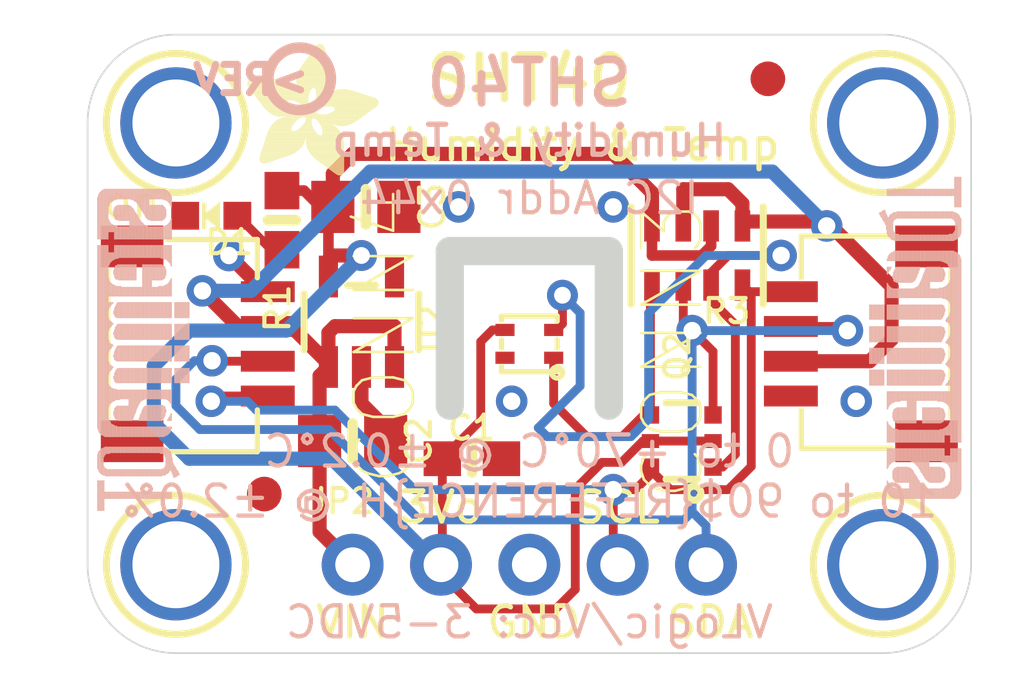
<source format=kicad_pcb>
(kicad_pcb (version 20211014) (generator pcbnew)
  (layers (0 "F.Cu" signal) (31 "B.Cu" signal) (34 "B.Paste" user) (35 "F.Paste" user) (36 "B.SilkS" user "B.Silkscreen") (37 "F.SilkS" user "F.Silkscreen") (38 "B.Mask" user) (39 "F.Mask" user) (44 "Edge.Cuts" user))
  (net 0 "")
  (net 1 "GND")
  (net 2 "SDA")
  (net 3 "SCL")
  (net 4 "SCL_3V")
  (net 5 "SDA_3V")
  (net 6 "3.3V")
  (net 7 "VCC")
  (net 8 "N$1")
  (footprint "boardEagle:SOT23-5" (layer "F.Cu") (at 143.6751 104.3686)
    (fp_text reference "U2" (at 2.032 -0.562 90) (layer "F.SilkS") (effects (font (size 0.692831 0.692831) (thickness 0.119969)) (justify right)))
    (fp_text value "AP2112K-3.3")
    (pad "1" smd rect (at -0.95 1.3001) (size 0.55 1.2) (layers "F.Cu" "F.Paste" "F.Mask") (net 7 "VCC"))
    (pad "2" smd rect (at 0 1.3001) (size 0.55 1.2) (layers "F.Cu" "F.Paste" "F.Mask") (net 1 "GND"))
    (pad "3" smd rect (at 0.95 1.3001) (size 0.55 1.2) (layers "F.Cu" "F.Paste" "F.Mask") (net 7 "VCC"))
    (pad "4" smd rect (at 0.95 -1.3001) (size 0.55 1.2) (layers "F.Cu" "F.Paste" "F.Mask"))
    (pad "5" smd rect (at -0.95 -1.3001) (size 0.55 1.2) (layers "F.Cu" "F.Paste" "F.Mask") (net 6 "3.3V"))
  )
  (footprint "boardEagle:FIDUCIAL_1MM" (layer "F.Cu") (at 140.8811 109.3216)
    (fp_text reference "FID3" hide)
    (fp_text value "FIDUCIAL_1MM" hide)
    (pad "1" smd roundrect (at 0 0) (size 1 1) (layers "F.Cu" "F.Mask") (roundrect_rratio 0.5))
  )
  (footprint "boardEagle:0603-NO" (layer "F.Cu") (at 141.3891 101.4476 -90)
    (fp_text reference "R1" (at 1.778 0.127 90) (layer "F.SilkS") (effects (font (size 0.692831 0.692831) (thickness 0.119969)) (justify right)))
    (fp_text value "10K")
    (pad "1" smd rect (at -0.85 0 270) (size 1.075 1) (layers "F.Cu" "F.Paste" "F.Mask") (net 6 "3.3V"))
    (pad "2" smd rect (at 0.85 0 270) (size 1.075 1) (layers "F.Cu" "F.Paste" "F.Mask") (net 8 "N$1"))
  )
  (footprint "boardEagle:SOT363" (layer "F.Cu") (at 152.8826 107.7976 90)
    (fp_text reference "Q2" (at 1.651 -0.127 90) (layer "F.SilkS") (effects (font (size 0.692831 0.692831) (thickness 0.119969)) (justify left)))
    (fp_text value "BSS138")
    (pad "1" smd rect (at -0.75 0.9 90) (size 0.5 0.5) (layers "F.Cu" "F.Paste" "F.Mask") (net 4 "SCL_3V"))
    (pad "2" smd rect (at 0 0.9 90) (size 0.4 0.5) (layers "F.Cu" "F.Paste" "F.Mask") (net 6 "3.3V"))
    (pad "3" smd rect (at 0.75 0.9 90) (size 0.5 0.5) (layers "F.Cu" "F.Paste" "F.Mask") (net 2 "SDA"))
    (pad "4" smd rect (at 0.75 -0.9 90) (size 0.5 0.5) (layers "F.Cu" "F.Paste" "F.Mask") (net 5 "SDA_3V"))
    (pad "5" smd rect (at 0 -0.9 90) (size 0.4 0.5) (layers "F.Cu" "F.Paste" "F.Mask") (net 6 "3.3V"))
    (pad "6" smd rect (at -0.75 -0.9 90) (size 0.5 0.5) (layers "F.Cu" "F.Paste" "F.Mask") (net 3 "SCL"))
  )
  (footprint "boardEagle:1X05_ROUND_70" (layer "F.Cu") (at 148.5011 111.3536)
    (fp_text reference "JP2" (at -6.4262 -1.8288) (layer "F.SilkS") (effects (font (size 0.692831 0.692831) (thickness 0.119969)) (justify left)))
    (fp_text value "")
    (pad "1" thru_hole circle (at -5.08 0 90) (size 1.778 1.778) (drill 1) (layers *.Cu *.Mask) (net 7 "VCC"))
    (pad "2" thru_hole circle (at -2.54 0 90) (size 1.778 1.778) (drill 1) (layers *.Cu *.Mask) (net 6 "3.3V"))
    (pad "3" thru_hole circle (at 0 0 90) (size 1.778 1.778) (drill 1) (layers *.Cu *.Mask) (net 1 "GND"))
    (pad "4" thru_hole circle (at 2.54 0 90) (size 1.778 1.778) (drill 1) (layers *.Cu *.Mask) (net 3 "SCL"))
    (pad "5" thru_hole circle (at 5.08 0 90) (size 1.778 1.778) (drill 1) (layers *.Cu *.Mask) (net 2 "SDA"))
  )
  (footprint "boardEagle:0805-NO" (layer "F.Cu") (at 143.4211 107.7976)
    (fp_text reference "C2" (at 1.905 -0.762 90) (layer "F.SilkS") (effects (font (size 0.692831 0.692831) (thickness 0.119969)) (justify right)))
    (fp_text value "10uF")
    (pad "1" smd rect (at -0.95 0) (size 1.24 1.5) (layers "F.Cu" "F.Paste" "F.Mask") (net 7 "VCC"))
    (pad "2" smd rect (at 0.95 0) (size 1.24 1.5) (layers "F.Cu" "F.Paste" "F.Mask") (net 1 "GND"))
  )
  (footprint "boardEagle:SHT4X" (layer "F.Cu") (at 148.5011 105.0036 180)
    (fp_text reference "X1" hide)
    (fp_text value "SHT4X_" hide)
    (pad "1" smd rect (at -0.7 -0.4 270) (size 0.35 0.55) (layers "F.Cu" "F.Paste" "F.Mask") (net 5 "SDA_3V"))
    (pad "2" smd rect (at -0.7 0.4 270) (size 0.35 0.55) (layers "F.Cu" "F.Paste" "F.Mask") (net 4 "SCL_3V"))
    (pad "3" smd rect (at 0.7 0.4 270) (size 0.35 0.55) (layers "F.Cu" "F.Paste" "F.Mask") (net 6 "3.3V"))
    (pad "4" smd rect (at 0.7 -0.4 270) (size 0.35 0.55) (layers "F.Cu" "F.Paste" "F.Mask") (net 1 "GND"))
  )
  (footprint "boardEagle:MOUNTINGHOLE_2.5_PLATED" (layer "F.Cu") (at 158.6611 111.3536)
    (fp_text reference "U$21" hide)
    (fp_text value "MOUNTINGHOLE2.5" hide)
    (pad "P$1" thru_hole circle (at 0 0) (size 3.2 3.2) (drill 2.5) (layers *.Cu *.Mask))
  )
  (footprint "boardEagle:CHIPLED_0603_NOOUTLINE" (layer "F.Cu") (at 139.3571 101.3206 90)
    (fp_text reference "D1" (at -0.762 1.27) (layer "F.SilkS") (effects (font (size 0.692831 0.692831) (thickness 0.119969)) (justify right)))
    (fp_text value "GREEN")
    (pad "A" smd rect (at 0 0.75 90) (size 0.8 0.8) (layers "F.Cu" "F.Paste" "F.Mask") (net 8 "N$1"))
    (pad "C" smd rect (at 0 -0.75 90) (size 0.8 0.8) (layers "F.Cu" "F.Paste" "F.Mask") (net 1 "GND"))
  )
  (footprint "boardEagle:FIDUCIAL_1MM" (layer "F.Cu") (at 155.3591 97.3836)
    (fp_text reference "FID4" hide)
    (fp_text value "FIDUCIAL_1MM" hide)
    (pad "1" smd roundrect (at 0 0) (size 1 1) (layers "F.Cu" "F.Mask") (roundrect_rratio 0.5))
  )
  (footprint "boardEagle:JST_SH4" (layer "F.Cu") (at 138.4681 105.0036 -90)
    (fp_text reference "CONN4" (at -4.6 -5.9 90) (layer "F.SilkS") (effects (font (size 1.703222 1.703222) (thickness 0.074778)) (justify right)))
    (fp_text value "STEMMA_I2C_QT" hide)
    (pad "1" smd rect (at -1.5 -2.514) (size 1.55 0.6) (layers "F.Cu" "F.Paste" "F.Mask") (net 1 "GND"))
    (pad "2" smd rect (at -0.5 -2.514) (size 1.55 0.6) (layers "F.Cu" "F.Paste" "F.Mask") (net 7 "VCC"))
    (pad "3" smd rect (at 0.5 -2.514) (size 1.55 0.6) (layers "F.Cu" "F.Paste" "F.Mask") (net 2 "SDA"))
    (pad "4" smd rect (at 1.5 -2.514) (size 1.55 0.6) (layers "F.Cu" "F.Paste" "F.Mask") (net 3 "SCL"))
    (pad "MT1" smd rect (at -2.8 1.386) (size 1.8 1.2) (layers "F.Cu" "F.Paste" "F.Mask") (net 1 "GND"))
    (pad "MT2" smd rect (at 2.8 1.386) (size 1.8 1.2) (layers "F.Cu" "F.Paste" "F.Mask") (net 1 "GND"))
  )
  (footprint "boardEagle:MOUNTINGHOLE_2.5_PLATED" (layer "F.Cu") (at 138.3411 98.6536)
    (fp_text reference "U$1" hide)
    (fp_text value "MOUNTINGHOLE2.5" hide)
    (pad "P$1" thru_hole circle (at 0 0) (size 3.2 3.2) (drill 2.5) (layers *.Cu *.Mask))
  )
  (footprint "boardEagle:MOUNTINGHOLE_2.5_PLATED" (layer "F.Cu") (at 158.6611 98.6536)
    (fp_text reference "U$17" hide)
    (fp_text value "MOUNTINGHOLE2.5" hide)
    (pad "P$1" thru_hole circle (at 0 0) (size 3.2 3.2) (drill 2.5) (layers *.Cu *.Mask))
  )
  (footprint "boardEagle:0603-NO" (layer "F.Cu") (at 146.8501 108.3056)
    (fp_text reference "C1" (at -0.762 -0.889) (layer "F.SilkS") (effects (font (size 0.692831 0.692831) (thickness 0.119969)) (justify left)))
    (fp_text value "0.1uF")
    (pad "1" smd rect (at -0.85 0) (size 1.075 1) (layers "F.Cu" "F.Paste" "F.Mask") (net 6 "3.3V"))
    (pad "2" smd rect (at 0.85 0) (size 1.075 1) (layers "F.Cu" "F.Paste" "F.Mask") (net 1 "GND"))
  )
  (footprint "boardEagle:ADAFRUIT_3.5MM" (layer "F.Cu") (at 140.3731 100.1776)
    (fp_text reference "U$22" hide)
    (fp_text value "" hide)
  )
  (footprint "boardEagle:RESPACK_4X0603" (layer "F.Cu") (at 153.3271 102.4636 180)
    (fp_text reference "R3" (at -1.6 -1.6) (layer "F.SilkS") (effects (font (size 0.692831 0.692831) (thickness 0.119969)) (justify right)))
    (fp_text value "10K")
    (pad "1" smd rect (at -1.3 0.85 180) (size 0.45 0.9) (layers "F.Cu" "F.Paste" "F.Mask") (net 7 "VCC"))
    (pad "2" smd rect (at -0.4 0.85 180) (size 0.45 0.9) (layers "F.Cu" "F.Paste" "F.Mask") (net 6 "3.3V"))
    (pad "3" smd rect (at 0.4 0.85 180) (size 0.45 0.9) (layers "F.Cu" "F.Paste" "F.Mask") (net 7 "VCC"))
    (pad "4" smd rect (at 1.3 0.85 180) (size 0.45 0.9) (layers "F.Cu" "F.Paste" "F.Mask") (net 6 "3.3V"))
    (pad "5" smd rect (at 1.3 -0.85 180) (size 0.45 0.9) (layers "F.Cu" "F.Paste" "F.Mask") (net 5 "SDA_3V"))
    (pad "6" smd rect (at 0.4 -0.85 180) (size 0.45 0.9) (layers "F.Cu" "F.Paste" "F.Mask") (net 2 "SDA"))
    (pad "7" smd rect (at -0.4 -0.85 180) (size 0.45 0.9) (layers "F.Cu" "F.Paste" "F.Mask") (net 4 "SCL_3V"))
    (pad "8" smd rect (at -1.3 -0.85 180) (size 0.45 0.9) (layers "F.Cu" "F.Paste" "F.Mask") (net 3 "SCL"))
  )
  (footprint "boardEagle:0805-NO" (layer "F.Cu") (at 143.8021 101.0666)
    (fp_text reference "C3" (at 1.905 -0.762 90) (layer "F.SilkS") (effects (font (size 0.692831 0.692831) (thickness 0.119969)) (justify right)))
    (fp_text value "10uF")
    (pad "1" smd rect (at -0.95 0) (size 1.24 1.5) (layers "F.Cu" "F.Paste" "F.Mask") (net 6 "3.3V"))
    (pad "2" smd rect (at 0.95 0) (size 1.24 1.5) (layers "F.Cu" "F.Paste" "F.Mask") (net 1 "GND"))
  )
  (footprint "boardEagle:MOUNTINGHOLE_2.5_PLATED" (layer "F.Cu") (at 138.3411 111.3536)
    (fp_text reference "U$19" hide)
    (fp_text value "MOUNTINGHOLE2.5" hide)
    (pad "P$1" thru_hole circle (at 0 0) (size 3.2 3.2) (drill 2.5) (layers *.Cu *.Mask))
  )
  (footprint "boardEagle:JST_SH4" (layer "F.Cu") (at 158.5341 105.0036 90)
    (fp_text reference "CONN3" (at -4.6 -5.9 90) (layer "F.SilkS") (effects (font (size 1.703222 1.703222) (thickness 0.074778)) (justify left)))
    (fp_text value "STEMMA_I2C_QT" hide)
    (pad "1" smd rect (at -1.5 -2.514 180) (size 1.55 0.6) (layers "F.Cu" "F.Paste" "F.Mask") (net 1 "GND"))
    (pad "2" smd rect (at -0.5 -2.514 180) (size 1.55 0.6) (layers "F.Cu" "F.Paste" "F.Mask") (net 7 "VCC"))
    (pad "3" smd rect (at 0.5 -2.514 180) (size 1.55 0.6) (layers "F.Cu" "F.Paste" "F.Mask") (net 2 "SDA"))
    (pad "4" smd rect (at 1.5 -2.514 180) (size 1.55 0.6) (layers "F.Cu" "F.Paste" "F.Mask") (net 3 "SCL"))
    (pad "MT1" smd rect (at -2.8 1.386 180) (size 1.8 1.2) (layers "F.Cu" "F.Paste" "F.Mask") (net 1 "GND"))
    (pad "MT2" smd rect (at 2.8 1.386 180) (size 1.8 1.2) (layers "F.Cu" "F.Paste" "F.Mask") (net 1 "GND"))
  )
  (footprint "boardEagle:STEMMAQT" (layer "B.Cu") (at 138.7221 100.5586 -90)
    (fp_text reference "U$31" hide)
    (fp_text value "" hide)
  )
  (footprint "boardEagle:PCBFEAT-REV-040" (layer "B.Cu") (at 141.8971 97.3836 180)
    (fp_text reference "U$25" hide)
    (fp_text value "" hide)
    (fp_text user ">REV" (at -0.3556 -0.508) (layer "B.SilkS") (effects (font (size 0.8128 0.8128) (thickness 0.2032)) (justify left bottom mirror)))
  )
  (footprint "boardEagle:STEMMAQT" (layer "B.Cu") (at 158.2801 109.4486 90)
    (fp_text reference "U$30" hide)
    (fp_text value "" hide)
  )
  (gr_line (start 135.8011 98.6536) (end 135.8011 111.3536) (layer "Edge.Cuts") (width 0.05))
  (gr_arc (start 138.3411 113.8936) (mid 136.545049 113.149651) (end 135.8011 111.3536) (layer "Edge.Cuts") (width 0.05))
  (gr_line (start 158.6611 96.1136) (end 138.3411 96.1136) (layer "Edge.Cuts") (width 0.05))
  (gr_line (start 146.2151 102.3366) (end 150.7871 102.3366) (layer "Edge.Cuts") (width 0.8128))
  (gr_line (start 150.7871 102.3366) (end 150.7871 106.7816) (layer "Edge.Cuts") (width 0.8128))
  (gr_line (start 161.2011 111.3536) (end 161.2011 98.6536) (layer "Edge.Cuts") (width 0.05))
  (gr_arc (start 135.8011 98.6536) (mid 136.545049 96.857549) (end 138.3411 96.1136) (layer "Edge.Cuts") (width 0.05))
  (gr_line (start 138.3411 113.8936) (end 158.6611 113.8936) (layer "Edge.Cuts") (width 0.05))
  (gr_arc (start 161.2011 111.3536) (mid 160.457151 113.149651) (end 158.6611 113.8936) (layer "Edge.Cuts") (width 0.05))
  (gr_line (start 146.2151 106.7816) (end 146.2151 102.3366) (layer "Edge.Cuts") (width 0.8128))
  (gr_arc (start 158.6611 96.1136) (mid 160.457151 96.857549) (end 161.2011 98.6536) (layer "Edge.Cuts") (width 0.05))
  (gr_text "SHT40" (at 148.5011 97.5106) (layer "B.SilkS") (effects (font (size 1.25222 1.25222) (thickness 0.22098)) (justify mirror)))
  (gr_text "Humidity & Temp" (at 148.5011 99.1616) (layer "B.SilkS") (effects (font (size 0.8636 0.8636) (thickness 0.1524)) (justify mirror)))
  (gr_text "0 to +70°C @ ±0.2°C\n10 to 90%RH @ ±2.0%" (at 148.5011 108.8136) (layer "B.SilkS") (effects (font (size 0.89408 0.89408) (thickness 0.12192)) (justify mirror)))
  (gr_text "VLogic/Vcc: 3-5VDC" (at 148.5011 113.0046) (layer "B.SilkS") (effects (font (size 0.89408 0.89408) (thickness 0.12192)) (justify mirror)))
  (gr_text "I2C Addr 0x44" (at 148.5011 100.8126) (layer "B.SilkS") (effects (font (size 0.89408 0.89408) (thickness 0.12192)) (justify mirror)))
  (gr_text "VIN" (at 143.4211 113.0046) (layer "F.SilkS") (effects (font (size 0.87376 0.87376) (thickness 0.14224))))
  (gr_text "SCL" (at 151.0411 109.7026) (layer "F.SilkS") (effects (font (size 0.87376 0.87376) (thickness 0.14224))))
  (gr_text "3Vo" (at 145.9611 109.7026) (layer "F.SilkS") (effects (font (size 0.87376 0.87376) (thickness 0.14224))))
  (gr_text "SHT40" (at 148.5011 97.3836) (layer "F.SilkS") (effects (font (size 1.25222 1.25222) (thickness 0.22098))))
  (gr_text "on" (at 136.1821 101.4476) (layer "F.SilkS") (effects (font (size 0.89408 0.89408) (thickness 0.12192)) (justify left bottom)))
  (gr_text "GND" (at 148.6281 113.0046) (layer "F.SilkS") (effects (font (size 0.87376 0.87376) (thickness 0.14224))))
  (gr_text "Humidity & Temp" (at 150.0251 99.2886) (layer "F.SilkS") (effects (font (size 0.8636 0.8636) (thickness 0.1524))))
  (gr_text "SDA" (at 153.7081 113.0046) (layer "F.SilkS") (effects (font (size 0.87376 0.87376) (thickness 0.14224))))
  (segment (start 143.6751 105.6687) (end 143.6751 106.7206) (width 0.4064) (layer "F.Cu") (net 1))
  (segment (start 144.3711 107.7976) (end 144.3711 107.4166) (width 0.4064) (layer "F.Cu") (net 1))
  (segment (start 140.9051 103.5036) (end 139.8651 102.4636) (width 0.4064) (layer "F.Cu") (net 1))
  (segment (start 144.3711 107.4166) (end 143.6751 106.7206) (width 0.4064) (layer "F.Cu") (net 1))
  (segment (start 140.9821 103.5036) (end 140.9051 103.5036) (width 0.4064) (layer "F.Cu") (net 1))
  (via (at 139.8651 102.4636) (size 0.9064) (drill 0.5) (layers "F.Cu" "B.Cu") (net 1))
  (via (at 157.8991 106.6546) (size 0.9064) (drill 0.5) (layers "F.Cu" "B.Cu") (net 1))
  (via (at 150.9141 101.0666) (size 0.9064) (drill 0.5) (layers "F.Cu" "B.Cu") (net 1))
  (via (at 146.4691 101.0666) (size 0.9064) (drill 0.5) (layers "F.Cu" "B.Cu") (net 1))
  (via (at 147.9931 106.6546) (size 0.9064) (drill 0.5) (layers "F.Cu" "B.Cu") (net 1))
  (segment (start 153.7826 107.0476) (end 153.7826 105.2241) (width 0.254) (layer "F.Cu") (net 2))
  (segment (start 140.9821 105.5036) (end 139.379706 105.5036) (width 0.254) (layer "F.Cu") (net 2))
  (segment (start 153.7826 105.2241) (end 153.1811 104.6226) (width 0.254) (layer "F.Cu") (net 2))
  (segment (start 152.9271 104.3686) (end 152.9271 103.3136) (width 0.254) (layer "F.Cu") (net 2))
  (segment (start 153.1811 104.6226) (end 152.9271 104.3686) (width 0.254) (layer "F.Cu") (net 2))
  (segment (start 156.0201 104.5036) (end 157.5261 104.5036) (width 0.254) (layer "F.Cu") (net 2))
  (segment (start 139.379706 105.5036) (end 139.379706 105.488994) (width 0.254) (layer "F.Cu") (net 2))
  (segment (start 157.5261 104.5036) (end 157.6451 104.6226) (width 0.254) (layer "F.Cu") (net 2))
  (via (at 153.1811 104.6226) (size 0.9064) (drill 0.5) (layers "F.Cu" "B.Cu") (net 2))
  (via (at 139.379706 105.488994) (size 0.9064) (drill 0.5) (layers "F.Cu" "B.Cu") (net 2))
  (via (at 157.6451 104.6226) (size 0.9064) (drill 0.5) (layers "F.Cu" "B.Cu") (net 2))
  (segment (start 152.9461 110.0646) (end 153.1811 109.8296) (width 0.254) (layer "B.Cu") (net 2))
  (segment (start 153.5811 110.2296) (end 153.5811 111.3536) (width 0.254) (layer "B.Cu") (net 2))
  (segment (start 157.6451 104.6226) (end 153.1811 104.6226) (width 0.254) (layer "B.Cu") (net 2))
  (segment (start 145.3422 110.0646) (end 152.9461 110.0646) (width 0.254) (layer "B.Cu") (net 2))
  (segment (start 138.3411 106.0196) (end 138.3411 106.7816) (width 0.254) (layer "B.Cu") (net 2))
  (segment (start 139.0269 107.4674) (end 142.745 107.4674) (width 0.254) (layer "B.Cu") (net 2))
  (segment (start 138.3411 106.7816) (end 139.0269 107.4674) (width 0.254) (layer "B.Cu") (net 2))
  (segment (start 139.379706 105.488994) (end 138.871706 105.488994) (width 0.254) (layer "B.Cu") (net 2))
  (segment (start 138.871706 105.488994) (end 138.3411 106.0196) (width 0.254) (layer "B.Cu") (net 2))
  (segment (start 153.1811 109.8296) (end 153.5811 110.2296) (width 0.254) (layer "B.Cu") (net 2))
  (segment (start 142.745 107.4674) (end 145.3422 110.0646) (width 0.254) (layer "B.Cu") (net 2))
  (segment (start 153.1811 109.8296) (end 153.1811 104.6226) (width 0.254) (layer "B.Cu") (net 2))
  (segment (start 152.5541 109.1946) (end 151.9826 108.6231) (width 0.254) (layer "F.Cu") (net 3))
  (segment (start 150.9141 109.1946) (end 151.5491 109.1946) (width 0.254) (layer "F.Cu") (net 3))
  (segment (start 150.9141 109.1946) (end 150.9141 111.2266) (width 0.254) (layer "F.Cu") (net 3))
  (segment (start 154.2161 109.1946) (end 152.5541 109.1946) (width 0.254) (layer "F.Cu") (net 3))
  (segment (start 156.0201 103.5036) (end 154.8171 103.5036) (width 0.254) (layer "F.Cu") (net 3))
  (segment (start 154.8811 108.5296) (end 154.2161 109.1946) (width 0.254) (layer "F.Cu") (net 3))
  (segment (start 139.5081 106.5036) (end 139.3571 106.6546) (width 0.254) (layer "F.Cu") (net 3))
  (segment (start 140.9821 106.5036) (end 139.5081 106.5036) (width 0.254) (layer "F.Cu") (net 3))
  (segment (start 154.8811 103.5676) (end 154.8811 108.5296) (width 0.254) (layer "F.Cu") (net 3))
  (segment (start 151.9826 108.5476) (end 151.9826 108.6231) (width 0.254) (layer "F.Cu") (net 3))
  (segment (start 151.9826 108.5476) (end 152.08935 108.65435) (width 0.254) (layer "F.Cu") (net 3))
  (segment (start 154.6271 103.3136) (end 154.8811 103.5676) (width 0.254) (layer "F.Cu") (net 3))
  (segment (start 154.8171 103.5036) (end 154.6271 103.3136) (width 0.254) (layer "F.Cu") (net 3))
  (segment (start 152.08935 108.65435) (end 151.5491 109.1946) (width 0.254) (layer "F.Cu") (net 3))
  (segment (start 150.9141 111.2266) (end 151.0411 111.3536) (width 0.254) (layer "F.Cu") (net 3))
  (via (at 139.3571 106.6546) (size 0.9064) (drill 0.5) (layers "F.Cu" "B.Cu") (net 3))
  (via (at 150.9141 109.1946) (size 0.9064) (drill 0.5) (layers "F.Cu" "B.Cu") (net 3))
  (segment (start 139.3571 106.6546) (end 140.396262 106.6546) (width 0.254) (layer "B.Cu") (net 3))
  (segment (start 145.1991 109.1946) (end 142.9131 106.9086) (width 0.254) (layer "B.Cu") (net 3))
  (segment (start 150.9141 109.1946) (end 145.1991 109.1946) (width 0.254) (layer "B.Cu") (net 3))
  (segment (start 140.396262 106.6546) (end 140.650262 106.9086) (width 0.254) (layer "B.Cu") (net 3))
  (segment (start 142.9131 106.9086) (end 140.650262 106.9086) (width 0.254) (layer "B.Cu") (net 3))
  (segment (start 153.7271 103.7526) (end 154.4239 104.4494) (width 0.254) (layer "F.Cu") (net 4))
  (segment (start 149.4536 104.42595) (end 149.27595 104.6036) (width 0.254) (layer "F.Cu") (net 4))
  (segment (start 153.7826 108.5476) (end 154.0549 108.5476) (width 0.254) (layer "F.Cu") (net 4))
  (segment (start 154.2161 102.4636) (end 155.7401 102.4636) (width 0.254) (layer "F.Cu") (net 4))
  (segment (start 153.7271 102.9526) (end 154.2161 102.4636) (width 0.254) (layer "F.Cu") (net 4))
  (segment (start 153.7271 103.3136) (end 153.7271 102.9526) (width 0.254) (layer "F.Cu") (net 4))
  (segment (start 153.7271 103.3136) (end 153.7271 103.7526) (width 0.254) (layer "F.Cu") (net 4))
  (segment (start 154.4239 104.4494) (end 154.4239 108.1786) (width 0.254) (layer "F.Cu") (net 4))
  (segment (start 149.2011 104.6036) (end 149.27595 104.6036) (width 0.254) (layer "F.Cu") (net 4))
  (segment (start 149.4536 104.42595) (end 149.4536 103.6066) (width 0.254) (layer "F.Cu") (net 4))
  (segment (start 154.4239 108.1786) (end 154.0549 108.5476) (width 0.254) (layer "F.Cu") (net 4))
  (via (at 155.7401 102.4636) (size 0.9064) (drill 0.5) (layers "F.Cu" "B.Cu") (net 4))
  (via (at 149.4536 103.6066) (size 0.889) (drill 0.4826) (layers "F.Cu" "B.Cu") (net 4))
  (segment (start 148.7583 107.4166) (end 149.9616 106.2133) (width 0.254) (layer "B.Cu") (net 4))
  (segment (start 149.0123 107.6706) (end 148.7583 107.4166) (width 0.254) (layer "B.Cu") (net 4))
  (segment (start 153.5811 102.4636) (end 155.7401 102.4636) (width 0.254) (layer "B.Cu") (net 4))
  (segment (start 149.9616 104.1146) (end 149.9616 106.2133) (width 0.254) (layer "B.Cu") (net 4))
  (segment (start 151.9301 104.1146) (end 153.5811 102.4636) (width 0.254) (layer "B.Cu") (net 4))
  (segment (start 151.4221 107.6706) (end 151.9301 107.1626) (width 0.254) (layer "B.Cu") (net 4))
  (segment (start 151.9301 107.1626) (end 151.9301 104.1146) (width 0.254) (layer "B.Cu") (net 4))
  (segment (start 151.4221 107.6706) (end 149.0123 107.6706) (width 0.254) (layer "B.Cu") (net 4))
  (segment (start 149.4536 103.6066) (end 149.9616 104.1146) (width 0.254) (layer "B.Cu") (net 4))
  (segment (start 151.7921 107.0476) (end 151.9826 107.0476) (width 0.254) (layer "F.Cu") (net 5))
  (segment (start 152.0271 103.3136) (end 151.9826 103.3581) (width 0.254) (layer "F.Cu") (net 5))
  (segment (start 150.1521 107.6706) (end 151.1691 107.6706) (width 0.254) (layer "F.Cu") (net 5))
  (segment (start 149.2011 106.7196) (end 149.2011 105.4036) (width 0.254) (layer "F.Cu") (net 5))
  (segment (start 150.1521 107.6706) (end 149.2011 106.7196) (width 0.254) (layer "F.Cu") (net 5))
  (segment (start 151.7921 107.0476) (end 151.1691 107.6706) (width 0.254) (layer "F.Cu") (net 5))
  (segment (start 151.9826 103.3581) (end 151.9826 107.0476) (width 0.254) (layer "F.Cu") (net 5))
  (segment (start 147.1041 107.2016) (end 146.0001 108.3056) (width 0.254) (layer "F.Cu") (net 6))
  (segment (start 141.3891 100.5976) (end 142.0241 100.5976) (width 0.3048) (layer "F.Cu") (net 6))
  (segment (start 142.8521 102.4636) (end 142.7251 102.5906) (width 0.4064) (layer "F.Cu") (net 6))
  (segment (start 146.9771 112.6236) (end 146.0001 111.6466) (width 0.254) (layer "F.Cu") (net 6))
  (segment (start 147.4406 104.6036) (end 147.8011 104.6036) (width 0.254) (layer "F.Cu") (net 6))
  (segment (start 149.8219 109.1789) (end 149.8219 112.0648) (width 0.254) (layer "F.Cu") (net 6))
  (segment (start 146.0001 111.3146) (end 145.9611 111.3536) (width 0.254) (layer "F.Cu") (net 6))
  (segment (start 143.4211 99.5426) (end 150.9141 99.5426) (width 0.4064) (layer "F.Cu") (net 6))
  (segment (start 153.7271 102.1906) (end 153.4541 102.4636) (width 0.3048) (layer "F.Cu") (net 6))
  (segment (start 152.0271 102.4636) (end 152.0271 101.6136) (width 0.3048) (layer "F.Cu") (net 6))
  (segment (start 142.4931 101.0666) (end 142.0241 100.5976) (width 0.3048) (layer "F.Cu") (net 6))
  (segment (start 147.1041 104.9401) (end 147.1041 107.2016) (width 0.254) (layer "F.Cu") (net 6))
  (segment (start 142.4931 101.0666) (end 142.8521 101.0666) (width 0.3048) (layer "F.Cu") (net 6))
  (segment (start 146.0001 108.3056) (end 146.0001 111.3146) (width 0.254) (layer "F.Cu") (net 6))
  (segment (start 142.7251 101.1936) (end 142.7251 102.5906) (width 0.3048) (layer "F.Cu") (net 6))
  (segment (start 142.8521 100.1116) (end 143.4211 99.5426) (width 0.4064) (layer "F.Cu") (net 6))
  (segment (start 152.0271 100.6556) (end 152.0271 101.6136) (width 0.4064) (layer "F.Cu") (net 6))
  (segment (start 151.152025 108.4112) (end 150.5896 108.4112) (width 0.254) (layer "F.Cu") (net 6))
  (segment (start 151.9826 107.7976) (end 151.765625 107.7976) (width 0.254) (layer "F.Cu") (net 6))
  (segment (start 150.5896 108.4112) (end 149.8219 109.1789) (width 0.254) (layer "F.Cu") (net 6))
  (segment (start 142.8521 101.0666) (end 142.7251 101.1936) (width 0.3048) (layer "F.Cu") (net 6))
  (segment (start 153.4541 102.4636) (end 152.0271 102.4636) (width 0.3048) (layer "F.Cu") (net 6))
  (segment (start 146.0001 111.6466) (end 146.0001 111.3146) (width 0.254) (layer "F.Cu") (net 6))
  (segment (start 151.9826 107.7976) (end 153.7826 107.7976) (width 0.254) (layer "F.Cu") (net 6))
  (segment (start 149.8219 112.0648) (end 149.2631 112.6236) (width 0.254) (layer "F.Cu") (net 6))
  (segment (start 147.4406 104.6036) (end 147.1041 104.9401) (width 0.254) (layer "F.Cu") (net 6))
  (segment (start 153.7271 101.6136) (end 153.7271 102.1906) (width 0.3048) (layer "F.Cu") (net 6))
  (segment (start 149.2631 112.6236) (end 146.9771 112.6236) (width 0.254) (layer "F.Cu") (net 6))
  (segment (start 151.765625 107.7976) (end 151.152025 108.4112) (width 0.254) (layer "F.Cu") (net 6))
  (segment (start 142.7251 102.5906) (end 142.7251 103.0685) (width 0.3048) (layer "F.Cu") (net 6))
  (segment (start 143.6751 102.4636) (end 142.8521 102.4636) (width 0.4064) (layer "F.Cu") (net 6))
  (segment (start 142.8521 101.0666) (end 142.8521 100.1116) (width 0.4064) (layer "F.Cu") (net 6))
  (segment (start 150.9141 99.5426) (end 152.0271 100.6556) (width 0.4064) (layer "F.Cu") (net 6))
  (via (at 143.6751 102.4636) (size 0.889) (drill 0.4826) (layers "F.Cu" "B.Cu") (net 6))
  (segment (start 145.876856 111.3536) (end 145.9611 111.3536) (width 0.4064) (layer "B.Cu") (net 6))
  (segment (start 138.7221 108.3056) (end 142.828856 108.3056) (width 0.4064) (layer "B.Cu") (net 6))
  (segment (start 142.828856 108.3056) (end 145.876856 111.3536) (width 0.4064) (layer "B.Cu") (net 6))
  (segment (start 138.7221 104.6226) (end 141.5161 104.6226) (width 0.4064) (layer "B.Cu") (net 6))
  (segment (start 141.5161 104.6226) (end 143.6751 102.4636) (width 0.4064) (layer "B.Cu") (net 6))
  (segment (start 137.7061 107.2896) (end 137.7061 105.6386) (width 0.4064) (layer "B.Cu") (net 6))
  (segment (start 137.7061 105.6386) (end 138.7221 104.6226) (width 0.4064) (layer "B.Cu") (net 6))
  (segment (start 137.7061 107.2896) (end 138.7221 108.3056) (width 0.4064) (layer "B.Cu") (net 6))
  (segment (start 140.9821 104.5036) (end 141.6561 104.5036) (width 0.4064) (layer "F.Cu") (net 7))
  (segment (start 142.4711 110.4036) (end 143.4211 111.3536) (width 0.4064) (layer "F.Cu") (net 7))
  (segment (start 158.9151 103.3526) (end 157.1761 101.6136) (width 0.4064) (layer "F.Cu") (net 7))
  (segment (start 142.4711 105.9227) (end 142.4711 107.7976) (width 0.4064) (layer "F.Cu") (net 7))
  (segment (start 142.9131 104.4956) (end 142.7251 104.6836) (width 0.4064) (layer "F.Cu") (net 7))
  (segment (start 140.1271 104.5036) (end 139.1031 103.4796) (width 0.4064) (layer "F.Cu") (net 7))
  (segment (start 140.9821 104.5036) (end 140.1271 104.5036) (width 0.4064) (layer "F.Cu") (net 7))
  (segment (start 152.9271 100.5586) (end 154.2161 100.5586) (width 0.4064) (layer "F.Cu") (net 7))
  (segment (start 157.0491 101.6136) (end 156.9221 101.4866) (width 0.4064) (layer "F.Cu") (net 7))
  (segment (start 141.6561 104.5036) (end 142.7251 105.5726) (width 0.4064) (layer "F.Cu") (net 7))
  (segment (start 142.7251 105.6687) (end 142.4711 105.9227) (width 0.4064) (layer "F.Cu") (net 7))
  (segment (start 158.9151 104.8766) (end 158.9151 103.3526) (width 0.4064) (layer "F.Cu") (net 7))
  (segment (start 144.6251 104.4956) (end 142.9131 104.4956) (width 0.4064) (layer "F.Cu") (net 7))
  (segment (start 152.9271 101.6136) (end 152.9271 100.5586) (width 0.4064) (layer "F.Cu") (net 7))
  (segment (start 158.2881 105.5036) (end 158.9151 104.8766) (width 0.4064) (layer "F.Cu") (net 7))
  (segment (start 156.9221 101.4866) (end 154.7541 101.4866) (width 0.4064) (layer "F.Cu") (net 7))
  (segment (start 157.1761 101.6136) (end 157.0491 101.6136) (width 0.4064) (layer "F.Cu") (net 7))
  (segment (start 142.7251 105.5726) (end 142.7251 105.6687) (width 0.4064) (layer "F.Cu") (net 7))
  (segment (start 154.6271 100.9696) (end 154.6271 101.6136) (width 0.4064) (layer "F.Cu") (net 7))
  (segment (start 156.0201 105.5036) (end 158.2881 105.5036) (width 0.4064) (layer "F.Cu") (net 7))
  (segment (start 154.6271 101.6136) (end 154.7541 101.4866) (width 0.4064) (layer "F.Cu") (net 7))
  (segment (start 142.4711 107.7976) (end 142.4711 110.4036) (width 0.4064) (layer "F.Cu") (net 7))
  (segment (start 154.6271 100.9696) (end 154.2161 100.5586) (width 0.4064) (layer "F.Cu") (net 7))
  (segment (start 144.6251 105.6687) (end 144.6251 104.4956) (width 0.4064) (layer "F.Cu") (net 7))
  (segment (start 142.7251 104.6836) (end 142.7251 105.5726) (width 0.4064) (layer "F.Cu") (net 7))
  (via (at 139.1031 103.4796) (size 0.9064) (drill 0.5) (layers "F.Cu" "B.Cu") (net 7))
  (via (at 157.0491 101.6136) (size 0.9064) (drill 0.5) (layers "F.Cu" "B.Cu") (net 7))
  (segment (start 139.1031 103.4796) (end 140.5001 103.4796) (width 0.4064) (layer "B.Cu") (net 7))
  (segment (start 143.9291 100.0506) (end 140.5001 103.4796) (width 0.4064) (layer "B.Cu") (net 7))
  (segment (start 155.4861 100.0506) (end 143.9291 100.0506) (width 0.4064) (layer "B.Cu") (net 7))
  (segment (start 157.0491 101.6136) (end 155.4861 100.0506) (width 0.4064) (layer "B.Cu") (net 7))
  (segment (start 140.1071 101.3206) (end 141.0841 102.2976) (width 0.254) (layer "F.Cu") (net 8))
  (segment (start 141.0841 102.2976) (end 141.3891 102.2976) (width 0.254) (layer "F.Cu") (net 8))
)
</source>
